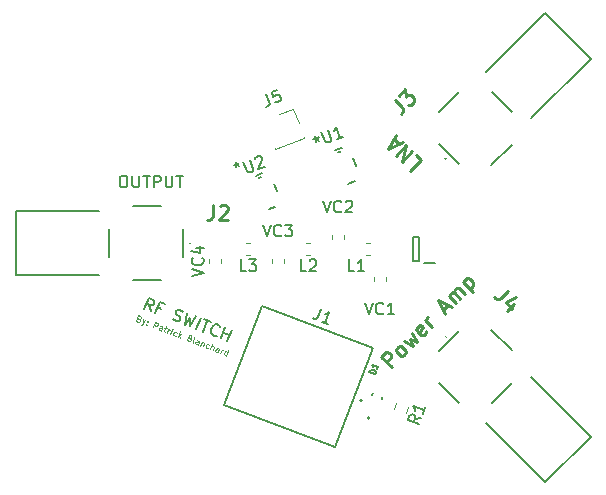
<source format=gbr>
%TF.GenerationSoftware,KiCad,Pcbnew,7.0.5*%
%TF.CreationDate,2023-11-04T19:56:55-04:00*%
%TF.ProjectId,Switch,53776974-6368-42e6-9b69-6361645f7063,rev?*%
%TF.SameCoordinates,Original*%
%TF.FileFunction,Legend,Top*%
%TF.FilePolarity,Positive*%
%FSLAX46Y46*%
G04 Gerber Fmt 4.6, Leading zero omitted, Abs format (unit mm)*
G04 Created by KiCad (PCBNEW 7.0.5) date 2023-11-04 19:56:55*
%MOMM*%
%LPD*%
G01*
G04 APERTURE LIST*
%ADD10C,0.076200*%
%ADD11C,0.150000*%
%ADD12C,0.254000*%
%ADD13C,0.127000*%
%ADD14C,0.120000*%
%ADD15C,0.200000*%
%ADD16C,0.152400*%
%ADD17C,0.100000*%
G04 APERTURE END LIST*
D10*
X141152866Y-89219833D02*
X141211948Y-89268424D01*
X141211948Y-89268424D02*
X141225863Y-89299676D01*
X141225863Y-89299676D02*
X141231108Y-89353513D01*
X141231108Y-89353513D02*
X141205101Y-89421264D01*
X141205101Y-89421264D02*
X141165179Y-89457763D01*
X141165179Y-89457763D02*
X141133926Y-89471677D01*
X141133926Y-89471677D02*
X141080089Y-89476923D01*
X141080089Y-89476923D02*
X140899419Y-89407570D01*
X140899419Y-89407570D02*
X141081470Y-88933311D01*
X141081470Y-88933311D02*
X141239557Y-88993995D01*
X141239557Y-88993995D02*
X141276055Y-89033917D01*
X141276055Y-89033917D02*
X141289970Y-89065170D01*
X141289970Y-89065170D02*
X141295215Y-89119006D01*
X141295215Y-89119006D02*
X141277877Y-89164174D01*
X141277877Y-89164174D02*
X141237955Y-89200672D01*
X141237955Y-89200672D02*
X141206702Y-89214587D01*
X141206702Y-89214587D02*
X141152866Y-89219833D01*
X141152866Y-89219833D02*
X140994779Y-89159149D01*
X141449878Y-89256110D02*
X141441429Y-89615628D01*
X141675716Y-89342801D02*
X141441429Y-89615628D01*
X141441429Y-89615628D02*
X141352917Y-89711209D01*
X141352917Y-89711209D02*
X141321664Y-89725124D01*
X141321664Y-89725124D02*
X141267827Y-89730369D01*
X141752357Y-89683159D02*
X141766272Y-89714412D01*
X141766272Y-89714412D02*
X141735019Y-89728327D01*
X141735019Y-89728327D02*
X141721104Y-89697074D01*
X141721104Y-89697074D02*
X141752357Y-89683159D01*
X141752357Y-89683159D02*
X141735019Y-89728327D01*
X141847717Y-89434738D02*
X141861632Y-89465991D01*
X141861632Y-89465991D02*
X141830379Y-89479905D01*
X141830379Y-89479905D02*
X141816464Y-89448653D01*
X141816464Y-89448653D02*
X141847717Y-89434738D01*
X141847717Y-89434738D02*
X141830379Y-89479905D01*
X142322197Y-89953723D02*
X142504248Y-89479465D01*
X142504248Y-89479465D02*
X142684918Y-89548817D01*
X142684918Y-89548817D02*
X142721416Y-89588739D01*
X142721416Y-89588739D02*
X142735331Y-89619992D01*
X142735331Y-89619992D02*
X142740576Y-89673829D01*
X142740576Y-89673829D02*
X142714569Y-89741580D01*
X142714569Y-89741580D02*
X142674647Y-89778078D01*
X142674647Y-89778078D02*
X142643394Y-89791993D01*
X142643394Y-89791993D02*
X142589558Y-89797239D01*
X142589558Y-89797239D02*
X142408888Y-89727886D01*
X142999710Y-90213796D02*
X143095070Y-89965375D01*
X143095070Y-89965375D02*
X143089824Y-89911538D01*
X143089824Y-89911538D02*
X143053326Y-89871616D01*
X143053326Y-89871616D02*
X142962991Y-89836940D01*
X142962991Y-89836940D02*
X142909154Y-89842185D01*
X143008379Y-90191212D02*
X142954542Y-90196458D01*
X142954542Y-90196458D02*
X142841623Y-90153112D01*
X142841623Y-90153112D02*
X142805125Y-90113191D01*
X142805125Y-90113191D02*
X142799879Y-90059354D01*
X142799879Y-90059354D02*
X142817217Y-90014186D01*
X142817217Y-90014186D02*
X142857139Y-89977688D01*
X142857139Y-89977688D02*
X142910976Y-89972442D01*
X142910976Y-89972442D02*
X143023895Y-90015788D01*
X143023895Y-90015788D02*
X143077731Y-90010542D01*
X143279163Y-89958307D02*
X143459833Y-90027660D01*
X143407598Y-89826228D02*
X143251554Y-90232736D01*
X143251554Y-90232736D02*
X143256800Y-90286572D01*
X143256800Y-90286572D02*
X143293298Y-90326494D01*
X143293298Y-90326494D02*
X143338466Y-90343832D01*
X143496552Y-90404516D02*
X143617920Y-90088344D01*
X143583243Y-90178679D02*
X143623165Y-90142180D01*
X143623165Y-90142180D02*
X143654418Y-90128266D01*
X143654418Y-90128266D02*
X143708255Y-90123020D01*
X143708255Y-90123020D02*
X143753422Y-90140358D01*
X143790141Y-90517214D02*
X143911508Y-90201042D01*
X143972192Y-90042955D02*
X143940939Y-90056870D01*
X143940939Y-90056870D02*
X143954854Y-90088123D01*
X143954854Y-90088123D02*
X143986107Y-90074208D01*
X143986107Y-90074208D02*
X143972192Y-90042955D01*
X143972192Y-90042955D02*
X143954854Y-90088123D01*
X144227902Y-90659343D02*
X144174065Y-90664589D01*
X144174065Y-90664589D02*
X144083730Y-90629913D01*
X144083730Y-90629913D02*
X144047232Y-90589991D01*
X144047232Y-90589991D02*
X144033317Y-90558738D01*
X144033317Y-90558738D02*
X144028071Y-90504901D01*
X144028071Y-90504901D02*
X144080086Y-90369399D01*
X144080086Y-90369399D02*
X144120008Y-90332900D01*
X144120008Y-90332900D02*
X144151261Y-90318986D01*
X144151261Y-90318986D02*
X144205097Y-90313740D01*
X144205097Y-90313740D02*
X144295432Y-90348416D01*
X144295432Y-90348416D02*
X144331931Y-90388338D01*
X144422487Y-90759949D02*
X144604538Y-90285690D01*
X144537007Y-90596617D02*
X144603157Y-90829302D01*
X144724524Y-90513129D02*
X144474501Y-90624447D01*
X145421197Y-90858292D02*
X145480279Y-90906883D01*
X145480279Y-90906883D02*
X145494194Y-90938135D01*
X145494194Y-90938135D02*
X145499440Y-90991972D01*
X145499440Y-90991972D02*
X145473432Y-91059723D01*
X145473432Y-91059723D02*
X145433510Y-91096222D01*
X145433510Y-91096222D02*
X145402258Y-91110136D01*
X145402258Y-91110136D02*
X145348421Y-91115382D01*
X145348421Y-91115382D02*
X145167751Y-91046029D01*
X145167751Y-91046029D02*
X145349802Y-90571770D01*
X145349802Y-90571770D02*
X145507888Y-90632454D01*
X145507888Y-90632454D02*
X145544387Y-90672376D01*
X145544387Y-90672376D02*
X145558301Y-90703629D01*
X145558301Y-90703629D02*
X145563547Y-90757465D01*
X145563547Y-90757465D02*
X145546209Y-90802633D01*
X145546209Y-90802633D02*
X145506287Y-90839131D01*
X145506287Y-90839131D02*
X145475034Y-90853046D01*
X145475034Y-90853046D02*
X145421197Y-90858292D01*
X145421197Y-90858292D02*
X145263111Y-90797608D01*
X145709761Y-91254087D02*
X145673263Y-91214166D01*
X145673263Y-91214166D02*
X145668017Y-91160329D01*
X145668017Y-91160329D02*
X145824061Y-90753821D01*
X146093685Y-91401462D02*
X146189045Y-91153041D01*
X146189045Y-91153041D02*
X146183799Y-91099204D01*
X146183799Y-91099204D02*
X146147301Y-91059282D01*
X146147301Y-91059282D02*
X146056966Y-91024606D01*
X146056966Y-91024606D02*
X146003129Y-91029851D01*
X146102354Y-91378878D02*
X146048517Y-91384124D01*
X146048517Y-91384124D02*
X145935598Y-91340778D01*
X145935598Y-91340778D02*
X145899100Y-91300856D01*
X145899100Y-91300856D02*
X145893854Y-91247020D01*
X145893854Y-91247020D02*
X145911193Y-91201852D01*
X145911193Y-91201852D02*
X145951115Y-91165354D01*
X145951115Y-91165354D02*
X146004951Y-91160108D01*
X146004951Y-91160108D02*
X146117870Y-91203454D01*
X146117870Y-91203454D02*
X146171707Y-91198208D01*
X146440889Y-91171980D02*
X146319522Y-91488153D01*
X146423551Y-91217148D02*
X146454804Y-91203233D01*
X146454804Y-91203233D02*
X146508641Y-91197988D01*
X146508641Y-91197988D02*
X146576392Y-91223995D01*
X146576392Y-91223995D02*
X146612890Y-91263917D01*
X146612890Y-91263917D02*
X146618136Y-91317753D01*
X146618136Y-91317753D02*
X146522776Y-91566175D01*
X146960536Y-91708304D02*
X146906700Y-91713549D01*
X146906700Y-91713549D02*
X146816365Y-91678873D01*
X146816365Y-91678873D02*
X146779866Y-91638951D01*
X146779866Y-91638951D02*
X146765952Y-91607698D01*
X146765952Y-91607698D02*
X146760706Y-91553861D01*
X146760706Y-91553861D02*
X146812721Y-91418359D01*
X146812721Y-91418359D02*
X146852643Y-91381860D01*
X146852643Y-91381860D02*
X146883895Y-91367946D01*
X146883895Y-91367946D02*
X146937732Y-91362700D01*
X146937732Y-91362700D02*
X147028067Y-91397377D01*
X147028067Y-91397377D02*
X147064565Y-91437299D01*
X147155121Y-91808909D02*
X147337172Y-91334650D01*
X147358375Y-91886931D02*
X147453735Y-91638510D01*
X147453735Y-91638510D02*
X147448490Y-91584673D01*
X147448490Y-91584673D02*
X147411991Y-91544751D01*
X147411991Y-91544751D02*
X147344240Y-91518744D01*
X147344240Y-91518744D02*
X147290403Y-91523990D01*
X147290403Y-91523990D02*
X147259151Y-91537904D01*
X147787467Y-92051644D02*
X147882827Y-91803223D01*
X147882827Y-91803223D02*
X147877581Y-91749386D01*
X147877581Y-91749386D02*
X147841083Y-91709464D01*
X147841083Y-91709464D02*
X147750748Y-91674788D01*
X147750748Y-91674788D02*
X147696911Y-91680033D01*
X147796136Y-92029060D02*
X147742299Y-92034306D01*
X147742299Y-92034306D02*
X147629380Y-91990960D01*
X147629380Y-91990960D02*
X147592882Y-91951038D01*
X147592882Y-91951038D02*
X147587636Y-91897202D01*
X147587636Y-91897202D02*
X147604974Y-91852034D01*
X147604974Y-91852034D02*
X147644896Y-91815536D01*
X147644896Y-91815536D02*
X147698733Y-91810290D01*
X147698733Y-91810290D02*
X147811652Y-91853636D01*
X147811652Y-91853636D02*
X147865488Y-91848390D01*
X148013304Y-92138335D02*
X148134671Y-91822162D01*
X148099995Y-91912497D02*
X148139917Y-91875999D01*
X148139917Y-91875999D02*
X148171170Y-91862084D01*
X148171170Y-91862084D02*
X148225006Y-91856839D01*
X148225006Y-91856839D02*
X148270174Y-91874177D01*
X148510147Y-92329055D02*
X148692197Y-91854796D01*
X148518816Y-92306471D02*
X148464979Y-92311717D01*
X148464979Y-92311717D02*
X148374644Y-92277040D01*
X148374644Y-92277040D02*
X148338146Y-92237118D01*
X148338146Y-92237118D02*
X148324231Y-92205865D01*
X148324231Y-92205865D02*
X148318985Y-92152029D01*
X148318985Y-92152029D02*
X148371000Y-92016526D01*
X148371000Y-92016526D02*
X148410922Y-91980028D01*
X148410922Y-91980028D02*
X148442175Y-91966113D01*
X148442175Y-91966113D02*
X148496011Y-91960868D01*
X148496011Y-91960868D02*
X148586346Y-91995544D01*
X148586346Y-91995544D02*
X148622845Y-92035466D01*
D11*
X142118537Y-88595938D02*
X141977995Y-88031920D01*
X141585063Y-88391156D02*
X141943431Y-87457576D01*
X141943431Y-87457576D02*
X142299080Y-87594097D01*
X142299080Y-87594097D02*
X142370928Y-87672683D01*
X142370928Y-87672683D02*
X142398319Y-87734205D01*
X142398319Y-87734205D02*
X142408645Y-87840182D01*
X142408645Y-87840182D02*
X142357449Y-87973551D01*
X142357449Y-87973551D02*
X142278863Y-88045398D01*
X142278863Y-88045398D02*
X142217341Y-88072789D01*
X142217341Y-88072789D02*
X142111364Y-88083115D01*
X142111364Y-88083115D02*
X141755714Y-87946594D01*
X143017553Y-88379962D02*
X142706360Y-88260506D01*
X142518643Y-88749524D02*
X142877011Y-87815944D01*
X142877011Y-87815944D02*
X143321573Y-87986595D01*
X144002764Y-89268218D02*
X144119067Y-89363869D01*
X144119067Y-89363869D02*
X144341348Y-89449195D01*
X144341348Y-89449195D02*
X144447326Y-89438869D01*
X144447326Y-89438869D02*
X144508847Y-89411478D01*
X144508847Y-89411478D02*
X144587434Y-89339631D01*
X144587434Y-89339631D02*
X144621564Y-89250718D01*
X144621564Y-89250718D02*
X144611238Y-89144741D01*
X144611238Y-89144741D02*
X144583847Y-89083219D01*
X144583847Y-89083219D02*
X144512000Y-89004633D01*
X144512000Y-89004633D02*
X144351240Y-88891916D01*
X144351240Y-88891916D02*
X144279393Y-88813329D01*
X144279393Y-88813329D02*
X144252001Y-88751808D01*
X144252001Y-88751808D02*
X144241676Y-88645831D01*
X144241676Y-88645831D02*
X144275806Y-88556918D01*
X144275806Y-88556918D02*
X144354392Y-88485071D01*
X144354392Y-88485071D02*
X144415914Y-88457680D01*
X144415914Y-88457680D02*
X144521891Y-88447354D01*
X144521891Y-88447354D02*
X144744172Y-88532680D01*
X144744172Y-88532680D02*
X144860476Y-88628331D01*
X145188734Y-88703331D02*
X145052648Y-89722237D01*
X145052648Y-89722237D02*
X145486449Y-89123655D01*
X145486449Y-89123655D02*
X145408297Y-89858758D01*
X145408297Y-89858758D02*
X145988946Y-89010504D01*
X145986228Y-90080605D02*
X146344596Y-89147025D01*
X146655789Y-89266480D02*
X147189263Y-89471262D01*
X146564158Y-90302452D02*
X146922526Y-89368871D01*
X147709694Y-90640168D02*
X147648173Y-90667559D01*
X147648173Y-90667559D02*
X147497739Y-90660820D01*
X147497739Y-90660820D02*
X147408826Y-90626689D01*
X147408826Y-90626689D02*
X147292523Y-90531038D01*
X147292523Y-90531038D02*
X147237741Y-90407995D01*
X147237741Y-90407995D02*
X147227415Y-90302018D01*
X147227415Y-90302018D02*
X147251219Y-90107128D01*
X147251219Y-90107128D02*
X147302415Y-89973759D01*
X147302415Y-89973759D02*
X147415131Y-89812999D01*
X147415131Y-89812999D02*
X147493718Y-89741152D01*
X147493718Y-89741152D02*
X147616761Y-89686370D01*
X147616761Y-89686370D02*
X147767194Y-89693109D01*
X147767194Y-89693109D02*
X147856107Y-89727239D01*
X147856107Y-89727239D02*
X147972410Y-89822891D01*
X147972410Y-89822891D02*
X147999801Y-89884412D01*
X148075670Y-90882667D02*
X148434037Y-89949086D01*
X148263386Y-90393648D02*
X148796861Y-90598430D01*
X148609144Y-91087448D02*
X148967512Y-90153868D01*
X139719255Y-77101819D02*
X139909731Y-77101819D01*
X139909731Y-77101819D02*
X140004969Y-77149438D01*
X140004969Y-77149438D02*
X140100207Y-77244676D01*
X140100207Y-77244676D02*
X140147826Y-77435152D01*
X140147826Y-77435152D02*
X140147826Y-77768485D01*
X140147826Y-77768485D02*
X140100207Y-77958961D01*
X140100207Y-77958961D02*
X140004969Y-78054200D01*
X140004969Y-78054200D02*
X139909731Y-78101819D01*
X139909731Y-78101819D02*
X139719255Y-78101819D01*
X139719255Y-78101819D02*
X139624017Y-78054200D01*
X139624017Y-78054200D02*
X139528779Y-77958961D01*
X139528779Y-77958961D02*
X139481160Y-77768485D01*
X139481160Y-77768485D02*
X139481160Y-77435152D01*
X139481160Y-77435152D02*
X139528779Y-77244676D01*
X139528779Y-77244676D02*
X139624017Y-77149438D01*
X139624017Y-77149438D02*
X139719255Y-77101819D01*
X140576398Y-77101819D02*
X140576398Y-77911342D01*
X140576398Y-77911342D02*
X140624017Y-78006580D01*
X140624017Y-78006580D02*
X140671636Y-78054200D01*
X140671636Y-78054200D02*
X140766874Y-78101819D01*
X140766874Y-78101819D02*
X140957350Y-78101819D01*
X140957350Y-78101819D02*
X141052588Y-78054200D01*
X141052588Y-78054200D02*
X141100207Y-78006580D01*
X141100207Y-78006580D02*
X141147826Y-77911342D01*
X141147826Y-77911342D02*
X141147826Y-77101819D01*
X141481160Y-77101819D02*
X142052588Y-77101819D01*
X141766874Y-78101819D02*
X141766874Y-77101819D01*
X142385922Y-78101819D02*
X142385922Y-77101819D01*
X142385922Y-77101819D02*
X142766874Y-77101819D01*
X142766874Y-77101819D02*
X142862112Y-77149438D01*
X142862112Y-77149438D02*
X142909731Y-77197057D01*
X142909731Y-77197057D02*
X142957350Y-77292295D01*
X142957350Y-77292295D02*
X142957350Y-77435152D01*
X142957350Y-77435152D02*
X142909731Y-77530390D01*
X142909731Y-77530390D02*
X142862112Y-77578009D01*
X142862112Y-77578009D02*
X142766874Y-77625628D01*
X142766874Y-77625628D02*
X142385922Y-77625628D01*
X143385922Y-77101819D02*
X143385922Y-77911342D01*
X143385922Y-77911342D02*
X143433541Y-78006580D01*
X143433541Y-78006580D02*
X143481160Y-78054200D01*
X143481160Y-78054200D02*
X143576398Y-78101819D01*
X143576398Y-78101819D02*
X143766874Y-78101819D01*
X143766874Y-78101819D02*
X143862112Y-78054200D01*
X143862112Y-78054200D02*
X143909731Y-78006580D01*
X143909731Y-78006580D02*
X143957350Y-77911342D01*
X143957350Y-77911342D02*
X143957350Y-77101819D01*
X144290684Y-77101819D02*
X144862112Y-77101819D01*
X144576398Y-78101819D02*
X144576398Y-77101819D01*
D12*
X164559406Y-75355197D02*
X164987037Y-75782828D01*
X164987037Y-75782828D02*
X164089011Y-76680854D01*
X164260064Y-75055855D02*
X163362038Y-75953881D01*
X163362038Y-75953881D02*
X163746906Y-74542698D01*
X163746906Y-74542698D02*
X162848881Y-75440724D01*
X163105460Y-74414409D02*
X162677828Y-73986777D01*
X163447565Y-74243356D02*
X162250197Y-74842040D01*
X162250197Y-74842040D02*
X162848881Y-73644672D01*
D11*
%TO.C,L2*%
X155281333Y-85196819D02*
X154805143Y-85196819D01*
X154805143Y-85196819D02*
X154805143Y-84196819D01*
X155567048Y-84292057D02*
X155614667Y-84244438D01*
X155614667Y-84244438D02*
X155709905Y-84196819D01*
X155709905Y-84196819D02*
X155948000Y-84196819D01*
X155948000Y-84196819D02*
X156043238Y-84244438D01*
X156043238Y-84244438D02*
X156090857Y-84292057D01*
X156090857Y-84292057D02*
X156138476Y-84387295D01*
X156138476Y-84387295D02*
X156138476Y-84482533D01*
X156138476Y-84482533D02*
X156090857Y-84625390D01*
X156090857Y-84625390D02*
X155519429Y-85196819D01*
X155519429Y-85196819D02*
X156138476Y-85196819D01*
D13*
%TO.C,D1*%
X161114864Y-93903901D02*
X160640605Y-93721851D01*
X160640605Y-93721851D02*
X160683951Y-93608932D01*
X160683951Y-93608932D02*
X160732542Y-93549850D01*
X160732542Y-93549850D02*
X160795048Y-93522020D01*
X160795048Y-93522020D02*
X160848884Y-93516775D01*
X160848884Y-93516775D02*
X160947888Y-93528867D01*
X160947888Y-93528867D02*
X161015640Y-93554875D01*
X161015640Y-93554875D02*
X161097306Y-93612135D01*
X161097306Y-93612135D02*
X161133804Y-93652057D01*
X161133804Y-93652057D02*
X161161633Y-93714562D01*
X161161633Y-93714562D02*
X161158210Y-93790983D01*
X161158210Y-93790983D02*
X161114864Y-93903901D01*
X161392275Y-93181221D02*
X161288246Y-93452226D01*
X161340261Y-93316724D02*
X160866002Y-93134673D01*
X160866002Y-93134673D02*
X160916415Y-93205848D01*
X160916415Y-93205848D02*
X160944244Y-93268353D01*
X160944244Y-93268353D02*
X160949490Y-93322190D01*
D11*
%TO.C,VC2*%
X156678476Y-79210819D02*
X157011809Y-80210819D01*
X157011809Y-80210819D02*
X157345142Y-79210819D01*
X158249904Y-80115580D02*
X158202285Y-80163200D01*
X158202285Y-80163200D02*
X158059428Y-80210819D01*
X158059428Y-80210819D02*
X157964190Y-80210819D01*
X157964190Y-80210819D02*
X157821333Y-80163200D01*
X157821333Y-80163200D02*
X157726095Y-80067961D01*
X157726095Y-80067961D02*
X157678476Y-79972723D01*
X157678476Y-79972723D02*
X157630857Y-79782247D01*
X157630857Y-79782247D02*
X157630857Y-79639390D01*
X157630857Y-79639390D02*
X157678476Y-79448914D01*
X157678476Y-79448914D02*
X157726095Y-79353676D01*
X157726095Y-79353676D02*
X157821333Y-79258438D01*
X157821333Y-79258438D02*
X157964190Y-79210819D01*
X157964190Y-79210819D02*
X158059428Y-79210819D01*
X158059428Y-79210819D02*
X158202285Y-79258438D01*
X158202285Y-79258438D02*
X158249904Y-79306057D01*
X158630857Y-79306057D02*
X158678476Y-79258438D01*
X158678476Y-79258438D02*
X158773714Y-79210819D01*
X158773714Y-79210819D02*
X159011809Y-79210819D01*
X159011809Y-79210819D02*
X159107047Y-79258438D01*
X159107047Y-79258438D02*
X159154666Y-79306057D01*
X159154666Y-79306057D02*
X159202285Y-79401295D01*
X159202285Y-79401295D02*
X159202285Y-79496533D01*
X159202285Y-79496533D02*
X159154666Y-79639390D01*
X159154666Y-79639390D02*
X158583238Y-80210819D01*
X158583238Y-80210819D02*
X159202285Y-80210819D01*
%TO.C,J1*%
X156554230Y-88391653D02*
X156298253Y-89058496D01*
X156298253Y-89058496D02*
X156202602Y-89174800D01*
X156202602Y-89174800D02*
X156079559Y-89229582D01*
X156079559Y-89229582D02*
X155929125Y-89222843D01*
X155929125Y-89222843D02*
X155840213Y-89188713D01*
X157129443Y-89683602D02*
X156595968Y-89478820D01*
X156862706Y-89581211D02*
X157221074Y-88647630D01*
X157221074Y-88647630D02*
X157080966Y-88746869D01*
X157080966Y-88746869D02*
X156957923Y-88801651D01*
X156957923Y-88801651D02*
X156851946Y-88811977D01*
D12*
%TO.C,Power Amp*%
X162507528Y-93320680D02*
X161609502Y-92422654D01*
X161609502Y-92422654D02*
X161951607Y-92080549D01*
X161951607Y-92080549D02*
X162079897Y-92037786D01*
X162079897Y-92037786D02*
X162165423Y-92037786D01*
X162165423Y-92037786D02*
X162293712Y-92080549D01*
X162293712Y-92080549D02*
X162422002Y-92208838D01*
X162422002Y-92208838D02*
X162464765Y-92337128D01*
X162464765Y-92337128D02*
X162464765Y-92422654D01*
X162464765Y-92422654D02*
X162422002Y-92550943D01*
X162422002Y-92550943D02*
X162079897Y-92893048D01*
X163533843Y-92294365D02*
X163405554Y-92337128D01*
X163405554Y-92337128D02*
X163320027Y-92337128D01*
X163320027Y-92337128D02*
X163191738Y-92294365D01*
X163191738Y-92294365D02*
X162935159Y-92037786D01*
X162935159Y-92037786D02*
X162892396Y-91909496D01*
X162892396Y-91909496D02*
X162892396Y-91823970D01*
X162892396Y-91823970D02*
X162935159Y-91695681D01*
X162935159Y-91695681D02*
X163063449Y-91567391D01*
X163063449Y-91567391D02*
X163191738Y-91524628D01*
X163191738Y-91524628D02*
X163277264Y-91524628D01*
X163277264Y-91524628D02*
X163405554Y-91567391D01*
X163405554Y-91567391D02*
X163662132Y-91823970D01*
X163662132Y-91823970D02*
X163704895Y-91952260D01*
X163704895Y-91952260D02*
X163704895Y-92037786D01*
X163704895Y-92037786D02*
X163662132Y-92166075D01*
X163662132Y-92166075D02*
X163533843Y-92294365D01*
X163533843Y-91096997D02*
X164303579Y-91524628D01*
X164303579Y-91524628D02*
X164047001Y-90925944D01*
X164047001Y-90925944D02*
X164645684Y-91182523D01*
X164645684Y-91182523D02*
X164218053Y-90412787D01*
X165458184Y-90284498D02*
X165415421Y-90412787D01*
X165415421Y-90412787D02*
X165244368Y-90583839D01*
X165244368Y-90583839D02*
X165116079Y-90626603D01*
X165116079Y-90626603D02*
X164987789Y-90583839D01*
X164987789Y-90583839D02*
X164645684Y-90241734D01*
X164645684Y-90241734D02*
X164602921Y-90113445D01*
X164602921Y-90113445D02*
X164645684Y-89985156D01*
X164645684Y-89985156D02*
X164816737Y-89814103D01*
X164816737Y-89814103D02*
X164945026Y-89771340D01*
X164945026Y-89771340D02*
X165073316Y-89814103D01*
X165073316Y-89814103D02*
X165158842Y-89899629D01*
X165158842Y-89899629D02*
X164816737Y-90412787D01*
X165928578Y-89899630D02*
X165329894Y-89300946D01*
X165500947Y-89471999D02*
X165458183Y-89343709D01*
X165458183Y-89343709D02*
X165458183Y-89258183D01*
X165458183Y-89258183D02*
X165500947Y-89129894D01*
X165500947Y-89129894D02*
X165586473Y-89044367D01*
X166869366Y-88445684D02*
X167296997Y-88018053D01*
X167040419Y-88787789D02*
X166441735Y-87590421D01*
X166441735Y-87590421D02*
X167639102Y-88189105D01*
X167938444Y-87889764D02*
X167339760Y-87291080D01*
X167425286Y-87376606D02*
X167425286Y-87291080D01*
X167425286Y-87291080D02*
X167468050Y-87162791D01*
X167468050Y-87162791D02*
X167596339Y-87034501D01*
X167596339Y-87034501D02*
X167724628Y-86991738D01*
X167724628Y-86991738D02*
X167852918Y-87034501D01*
X167852918Y-87034501D02*
X168323312Y-87504896D01*
X167852918Y-87034501D02*
X167810155Y-86906212D01*
X167810155Y-86906212D02*
X167852918Y-86777922D01*
X167852918Y-86777922D02*
X167981207Y-86649633D01*
X167981207Y-86649633D02*
X168109496Y-86606870D01*
X168109496Y-86606870D02*
X168237786Y-86649633D01*
X168237786Y-86649633D02*
X168708180Y-87120027D01*
X168537127Y-86093713D02*
X169435153Y-86991738D01*
X168579891Y-86136476D02*
X168622654Y-86008186D01*
X168622654Y-86008186D02*
X168793706Y-85837134D01*
X168793706Y-85837134D02*
X168921996Y-85794371D01*
X168921996Y-85794371D02*
X169007522Y-85794371D01*
X169007522Y-85794371D02*
X169135811Y-85837134D01*
X169135811Y-85837134D02*
X169392390Y-86093713D01*
X169392390Y-86093713D02*
X169435153Y-86222002D01*
X169435153Y-86222002D02*
X169435153Y-86307528D01*
X169435153Y-86307528D02*
X169392390Y-86435818D01*
X169392390Y-86435818D02*
X169221337Y-86606870D01*
X169221337Y-86606870D02*
X169093048Y-86649633D01*
D11*
%TO.C,L3*%
X150201333Y-85196819D02*
X149725143Y-85196819D01*
X149725143Y-85196819D02*
X149725143Y-84196819D01*
X150439429Y-84196819D02*
X151058476Y-84196819D01*
X151058476Y-84196819D02*
X150725143Y-84577771D01*
X150725143Y-84577771D02*
X150868000Y-84577771D01*
X150868000Y-84577771D02*
X150963238Y-84625390D01*
X150963238Y-84625390D02*
X151010857Y-84673009D01*
X151010857Y-84673009D02*
X151058476Y-84768247D01*
X151058476Y-84768247D02*
X151058476Y-85006342D01*
X151058476Y-85006342D02*
X151010857Y-85101580D01*
X151010857Y-85101580D02*
X150963238Y-85149200D01*
X150963238Y-85149200D02*
X150868000Y-85196819D01*
X150868000Y-85196819D02*
X150582286Y-85196819D01*
X150582286Y-85196819D02*
X150487048Y-85149200D01*
X150487048Y-85149200D02*
X150439429Y-85101580D01*
%TO.C,R1*%
X165021902Y-97605054D02*
X164457884Y-97745596D01*
X164817120Y-98138529D02*
X163883540Y-97780161D01*
X163883540Y-97780161D02*
X164020061Y-97424511D01*
X164020061Y-97424511D02*
X164098647Y-97352664D01*
X164098647Y-97352664D02*
X164160169Y-97325273D01*
X164160169Y-97325273D02*
X164266146Y-97314947D01*
X164266146Y-97314947D02*
X164399515Y-97366142D01*
X164399515Y-97366142D02*
X164471362Y-97444729D01*
X164471362Y-97444729D02*
X164498753Y-97506250D01*
X164498753Y-97506250D02*
X164509079Y-97612228D01*
X164509079Y-97612228D02*
X164372558Y-97967877D01*
X165363205Y-96715930D02*
X165158423Y-97249405D01*
X165260814Y-96982667D02*
X164327233Y-96624299D01*
X164327233Y-96624299D02*
X164426472Y-96764407D01*
X164426472Y-96764407D02*
X164481254Y-96887450D01*
X164481254Y-96887450D02*
X164491580Y-96993428D01*
%TO.C,U1*%
X156573325Y-73424071D02*
X156863432Y-74179827D01*
X156863432Y-74179827D02*
X156942019Y-74251674D01*
X156942019Y-74251674D02*
X157003540Y-74279065D01*
X157003540Y-74279065D02*
X157109518Y-74289391D01*
X157109518Y-74289391D02*
X157287342Y-74221131D01*
X157287342Y-74221131D02*
X157359190Y-74142544D01*
X157359190Y-74142544D02*
X157386581Y-74081023D01*
X157386581Y-74081023D02*
X157396907Y-73975045D01*
X157396907Y-73975045D02*
X157106799Y-73219290D01*
X158398748Y-73794502D02*
X157865273Y-73999284D01*
X158132010Y-73896893D02*
X157773642Y-72963313D01*
X157773642Y-72963313D02*
X157735925Y-73130812D01*
X157735925Y-73130812D02*
X157681143Y-73253854D01*
X157681143Y-73253854D02*
X157609296Y-73332441D01*
X156067708Y-73783123D02*
X156153034Y-74005404D01*
X155896623Y-74001817D02*
X156153034Y-74005404D01*
X156153034Y-74005404D02*
X156341185Y-73831166D01*
X156087926Y-74234424D02*
X156153034Y-74005404D01*
X156153034Y-74005404D02*
X156354663Y-74132034D01*
X156067708Y-73783123D02*
X156153034Y-74005404D01*
X155896623Y-74001817D02*
X156153034Y-74005404D01*
X156153034Y-74005404D02*
X156341185Y-73831166D01*
X156087926Y-74234424D02*
X156153034Y-74005404D01*
X156153034Y-74005404D02*
X156354663Y-74132034D01*
%TO.C,VC1*%
X160234476Y-87846819D02*
X160567809Y-88846819D01*
X160567809Y-88846819D02*
X160901142Y-87846819D01*
X161805904Y-88751580D02*
X161758285Y-88799200D01*
X161758285Y-88799200D02*
X161615428Y-88846819D01*
X161615428Y-88846819D02*
X161520190Y-88846819D01*
X161520190Y-88846819D02*
X161377333Y-88799200D01*
X161377333Y-88799200D02*
X161282095Y-88703961D01*
X161282095Y-88703961D02*
X161234476Y-88608723D01*
X161234476Y-88608723D02*
X161186857Y-88418247D01*
X161186857Y-88418247D02*
X161186857Y-88275390D01*
X161186857Y-88275390D02*
X161234476Y-88084914D01*
X161234476Y-88084914D02*
X161282095Y-87989676D01*
X161282095Y-87989676D02*
X161377333Y-87894438D01*
X161377333Y-87894438D02*
X161520190Y-87846819D01*
X161520190Y-87846819D02*
X161615428Y-87846819D01*
X161615428Y-87846819D02*
X161758285Y-87894438D01*
X161758285Y-87894438D02*
X161805904Y-87942057D01*
X162758285Y-88846819D02*
X162186857Y-88846819D01*
X162472571Y-88846819D02*
X162472571Y-87846819D01*
X162472571Y-87846819D02*
X162377333Y-87989676D01*
X162377333Y-87989676D02*
X162282095Y-88084914D01*
X162282095Y-88084914D02*
X162186857Y-88132533D01*
%TO.C,L1*%
X159345333Y-85196819D02*
X158869143Y-85196819D01*
X158869143Y-85196819D02*
X158869143Y-84196819D01*
X160202476Y-85196819D02*
X159631048Y-85196819D01*
X159916762Y-85196819D02*
X159916762Y-84196819D01*
X159916762Y-84196819D02*
X159821524Y-84339676D01*
X159821524Y-84339676D02*
X159726286Y-84434914D01*
X159726286Y-84434914D02*
X159631048Y-84482533D01*
%TO.C,VC4*%
X145598819Y-85637523D02*
X146598819Y-85304190D01*
X146598819Y-85304190D02*
X145598819Y-84970857D01*
X146503580Y-84066095D02*
X146551200Y-84113714D01*
X146551200Y-84113714D02*
X146598819Y-84256571D01*
X146598819Y-84256571D02*
X146598819Y-84351809D01*
X146598819Y-84351809D02*
X146551200Y-84494666D01*
X146551200Y-84494666D02*
X146455961Y-84589904D01*
X146455961Y-84589904D02*
X146360723Y-84637523D01*
X146360723Y-84637523D02*
X146170247Y-84685142D01*
X146170247Y-84685142D02*
X146027390Y-84685142D01*
X146027390Y-84685142D02*
X145836914Y-84637523D01*
X145836914Y-84637523D02*
X145741676Y-84589904D01*
X145741676Y-84589904D02*
X145646438Y-84494666D01*
X145646438Y-84494666D02*
X145598819Y-84351809D01*
X145598819Y-84351809D02*
X145598819Y-84256571D01*
X145598819Y-84256571D02*
X145646438Y-84113714D01*
X145646438Y-84113714D02*
X145694057Y-84066095D01*
X145932152Y-83208952D02*
X146598819Y-83208952D01*
X145551200Y-83447047D02*
X146265485Y-83685142D01*
X146265485Y-83685142D02*
X146265485Y-83066095D01*
D12*
%TO.C,J3*%
X162784737Y-70673420D02*
X163426183Y-71314867D01*
X163426183Y-71314867D02*
X163511710Y-71485919D01*
X163511710Y-71485919D02*
X163511710Y-71656972D01*
X163511710Y-71656972D02*
X163426183Y-71828024D01*
X163426183Y-71828024D02*
X163340657Y-71913550D01*
X163126842Y-70331315D02*
X163682762Y-69775394D01*
X163682762Y-69775394D02*
X163725525Y-70416841D01*
X163725525Y-70416841D02*
X163853815Y-70288552D01*
X163853815Y-70288552D02*
X163982104Y-70245789D01*
X163982104Y-70245789D02*
X164067630Y-70245789D01*
X164067630Y-70245789D02*
X164195920Y-70288552D01*
X164195920Y-70288552D02*
X164409735Y-70502367D01*
X164409735Y-70502367D02*
X164452498Y-70630657D01*
X164452498Y-70630657D02*
X164452498Y-70716183D01*
X164452498Y-70716183D02*
X164409735Y-70844472D01*
X164409735Y-70844472D02*
X164153157Y-71101051D01*
X164153157Y-71101051D02*
X164024867Y-71143814D01*
X164024867Y-71143814D02*
X163939341Y-71143814D01*
%TO.C,J4*%
X172404579Y-86838737D02*
X171763132Y-87480183D01*
X171763132Y-87480183D02*
X171592080Y-87565710D01*
X171592080Y-87565710D02*
X171421027Y-87565710D01*
X171421027Y-87565710D02*
X171249975Y-87480183D01*
X171249975Y-87480183D02*
X171164449Y-87394657D01*
X172917737Y-87950578D02*
X172319053Y-88549262D01*
X173046026Y-87394657D02*
X172190764Y-87822288D01*
X172190764Y-87822288D02*
X172746684Y-88378209D01*
D11*
%TO.C,J5*%
X151916752Y-70176467D02*
X152172729Y-70843310D01*
X152172729Y-70843310D02*
X152179468Y-70993744D01*
X152179468Y-70993744D02*
X152124686Y-71116787D01*
X152124686Y-71116787D02*
X152008382Y-71212439D01*
X152008382Y-71212439D02*
X151919470Y-71246569D01*
X152805876Y-69835164D02*
X152361314Y-70005816D01*
X152361314Y-70005816D02*
X152487509Y-70467443D01*
X152487509Y-70467443D02*
X152514900Y-70405922D01*
X152514900Y-70405922D02*
X152586747Y-70327335D01*
X152586747Y-70327335D02*
X152809028Y-70242009D01*
X152809028Y-70242009D02*
X152915006Y-70252335D01*
X152915006Y-70252335D02*
X152976527Y-70279726D01*
X152976527Y-70279726D02*
X153055114Y-70351574D01*
X153055114Y-70351574D02*
X153140440Y-70573855D01*
X153140440Y-70573855D02*
X153130114Y-70679832D01*
X153130114Y-70679832D02*
X153102723Y-70741354D01*
X153102723Y-70741354D02*
X153030875Y-70819940D01*
X153030875Y-70819940D02*
X152808594Y-70905266D01*
X152808594Y-70905266D02*
X152702617Y-70894940D01*
X152702617Y-70894940D02*
X152641095Y-70867549D01*
D12*
%TO.C,J2*%
X147404667Y-79568318D02*
X147404667Y-80475461D01*
X147404667Y-80475461D02*
X147344190Y-80656889D01*
X147344190Y-80656889D02*
X147223238Y-80777842D01*
X147223238Y-80777842D02*
X147041809Y-80838318D01*
X147041809Y-80838318D02*
X146920857Y-80838318D01*
X147948952Y-79689270D02*
X148009428Y-79628794D01*
X148009428Y-79628794D02*
X148130381Y-79568318D01*
X148130381Y-79568318D02*
X148432762Y-79568318D01*
X148432762Y-79568318D02*
X148553714Y-79628794D01*
X148553714Y-79628794D02*
X148614190Y-79689270D01*
X148614190Y-79689270D02*
X148674667Y-79810222D01*
X148674667Y-79810222D02*
X148674667Y-79931175D01*
X148674667Y-79931175D02*
X148614190Y-80112603D01*
X148614190Y-80112603D02*
X147888476Y-80838318D01*
X147888476Y-80838318D02*
X148674667Y-80838318D01*
D11*
%TO.C,U2*%
X149969324Y-75964071D02*
X150259431Y-76719827D01*
X150259431Y-76719827D02*
X150338018Y-76791674D01*
X150338018Y-76791674D02*
X150399539Y-76819065D01*
X150399539Y-76819065D02*
X150505517Y-76829391D01*
X150505517Y-76829391D02*
X150683341Y-76761131D01*
X150683341Y-76761131D02*
X150755189Y-76682544D01*
X150755189Y-76682544D02*
X150782580Y-76621023D01*
X150782580Y-76621023D02*
X150792906Y-76515045D01*
X150792906Y-76515045D02*
X150502798Y-75759290D01*
X150937034Y-75694616D02*
X150964425Y-75633095D01*
X150964425Y-75633095D02*
X151036273Y-75554508D01*
X151036273Y-75554508D02*
X151258554Y-75469182D01*
X151258554Y-75469182D02*
X151364531Y-75479508D01*
X151364531Y-75479508D02*
X151426053Y-75506899D01*
X151426053Y-75506899D02*
X151504639Y-75578747D01*
X151504639Y-75578747D02*
X151538770Y-75667659D01*
X151538770Y-75667659D02*
X151545509Y-75818093D01*
X151545509Y-75818093D02*
X151216816Y-76556349D01*
X151216816Y-76556349D02*
X151794747Y-76334502D01*
X149336708Y-75942123D02*
X149422034Y-76164404D01*
X149165623Y-76160817D02*
X149422034Y-76164404D01*
X149422034Y-76164404D02*
X149610185Y-75990166D01*
X149356926Y-76393424D02*
X149422034Y-76164404D01*
X149422034Y-76164404D02*
X149623663Y-76291034D01*
X149336708Y-75942123D02*
X149422034Y-76164404D01*
X149165623Y-76160817D02*
X149422034Y-76164404D01*
X149422034Y-76164404D02*
X149610185Y-75990166D01*
X149356926Y-76393424D02*
X149422034Y-76164404D01*
X149422034Y-76164404D02*
X149623663Y-76291034D01*
%TO.C,VC3*%
X151598476Y-81242819D02*
X151931809Y-82242819D01*
X151931809Y-82242819D02*
X152265142Y-81242819D01*
X153169904Y-82147580D02*
X153122285Y-82195200D01*
X153122285Y-82195200D02*
X152979428Y-82242819D01*
X152979428Y-82242819D02*
X152884190Y-82242819D01*
X152884190Y-82242819D02*
X152741333Y-82195200D01*
X152741333Y-82195200D02*
X152646095Y-82099961D01*
X152646095Y-82099961D02*
X152598476Y-82004723D01*
X152598476Y-82004723D02*
X152550857Y-81814247D01*
X152550857Y-81814247D02*
X152550857Y-81671390D01*
X152550857Y-81671390D02*
X152598476Y-81480914D01*
X152598476Y-81480914D02*
X152646095Y-81385676D01*
X152646095Y-81385676D02*
X152741333Y-81290438D01*
X152741333Y-81290438D02*
X152884190Y-81242819D01*
X152884190Y-81242819D02*
X152979428Y-81242819D01*
X152979428Y-81242819D02*
X153122285Y-81290438D01*
X153122285Y-81290438D02*
X153169904Y-81338057D01*
X153503238Y-81242819D02*
X154122285Y-81242819D01*
X154122285Y-81242819D02*
X153788952Y-81623771D01*
X153788952Y-81623771D02*
X153931809Y-81623771D01*
X153931809Y-81623771D02*
X154027047Y-81671390D01*
X154027047Y-81671390D02*
X154074666Y-81719009D01*
X154074666Y-81719009D02*
X154122285Y-81814247D01*
X154122285Y-81814247D02*
X154122285Y-82052342D01*
X154122285Y-82052342D02*
X154074666Y-82147580D01*
X154074666Y-82147580D02*
X154027047Y-82195200D01*
X154027047Y-82195200D02*
X153931809Y-82242819D01*
X153931809Y-82242819D02*
X153646095Y-82242819D01*
X153646095Y-82242819D02*
X153550857Y-82195200D01*
X153550857Y-82195200D02*
X153503238Y-82147580D01*
D14*
%TO.C,L2*%
X155619267Y-83822000D02*
X155276733Y-83822000D01*
X155619267Y-82802000D02*
X155276733Y-82802000D01*
D13*
%TO.C,D1*%
X160839428Y-95676089D02*
X160900350Y-95517380D01*
X161740572Y-95839911D02*
X161679650Y-95998620D01*
D15*
X160673264Y-97625161D02*
G75*
G03*
X160673264Y-97625161I-100000J0D01*
G01*
D14*
%TO.C,VC2*%
X158498000Y-82149733D02*
X158498000Y-82442267D01*
X157478000Y-82149733D02*
X157478000Y-82442267D01*
D13*
%TO.C,J1*%
X148357491Y-96509352D02*
X151582803Y-88107128D01*
X160918607Y-91690808D02*
X151582803Y-88107128D01*
X160918607Y-91690808D02*
X157693295Y-100093032D01*
X157693295Y-100093032D02*
X148357491Y-96509352D01*
D15*
X160012778Y-96124859D02*
G75*
G03*
X160012778Y-96124859I-100000J0D01*
G01*
%TO.C,Power Amp*%
X166167000Y-84537000D02*
X165217000Y-84537000D01*
X164867000Y-84312000D02*
X164317000Y-84312000D01*
X164867000Y-82312000D02*
X164867000Y-84312000D01*
X164317000Y-84312000D02*
X164317000Y-82312000D01*
X164317000Y-82312000D02*
X164867000Y-82312000D01*
D14*
%TO.C,L3*%
X150539267Y-83822000D02*
X150196733Y-83822000D01*
X150539267Y-82802000D02*
X150196733Y-82802000D01*
%TO.C,R1*%
X163901081Y-96723442D02*
X163718511Y-97199053D01*
X162925489Y-96348947D02*
X162742919Y-96824558D01*
D16*
%TO.C,U1*%
X158828772Y-77780106D02*
X159393618Y-77563282D01*
X158301312Y-74717728D02*
X157736466Y-74934552D01*
X159504217Y-76250300D02*
X159262060Y-75619459D01*
X158001954Y-75130469D02*
G75*
G03*
X158235110Y-75040970I16935J304330D01*
G01*
D14*
%TO.C,VC1*%
X161034000Y-85998267D02*
X161034000Y-85705733D01*
X162054000Y-85998267D02*
X162054000Y-85705733D01*
%TO.C,L1*%
X160699267Y-83822000D02*
X160356733Y-83822000D01*
X160699267Y-82802000D02*
X160356733Y-82802000D01*
%TO.C,VC4*%
X147064000Y-84474267D02*
X147064000Y-84181733D01*
X148084000Y-84474267D02*
X148084000Y-84181733D01*
D17*
%TO.C,J3*%
X167011230Y-75685771D02*
X167011230Y-75685771D01*
X167081941Y-75615060D02*
X167081941Y-75615060D01*
D15*
X168248667Y-76145390D02*
X166551611Y-74448334D01*
X166516255Y-71725973D02*
X168213311Y-70028917D01*
X172668084Y-74483690D02*
X170971028Y-76180746D01*
X171006383Y-69993562D02*
X172703439Y-71690618D01*
X170493731Y-68349538D02*
X175514189Y-63329080D01*
X175514189Y-63329080D02*
X179367921Y-67182812D01*
X179367921Y-67182812D02*
X174347463Y-72203270D01*
D17*
X167081940Y-75615061D02*
G75*
G03*
X167011230Y-75685771I-35355J-35355D01*
G01*
X167011230Y-75685771D02*
G75*
G03*
X167081940Y-75615061I35355J35355D01*
G01*
%TO.C,J4*%
X167011230Y-90684230D02*
X167011230Y-90684230D01*
X167081941Y-90754941D02*
X167081941Y-90754941D01*
D15*
X166551611Y-91921667D02*
X168248667Y-90224611D01*
X170971028Y-90189255D02*
X172668084Y-91886311D01*
X168213311Y-96341084D02*
X166516255Y-94644028D01*
X172703439Y-94679383D02*
X171006383Y-96376439D01*
X174347463Y-94166731D02*
X179367921Y-99187189D01*
X179367921Y-99187189D02*
X175514189Y-103040921D01*
X175514189Y-103040921D02*
X170493731Y-98020463D01*
D17*
X167081940Y-90754940D02*
G75*
G03*
X167011230Y-90684230I-35355J35355D01*
G01*
X167011230Y-90684230D02*
G75*
G03*
X167081940Y-90754940I35355J-35355D01*
G01*
D14*
%TO.C,J5*%
X152607963Y-74758262D02*
X152650967Y-74870291D01*
X152650967Y-74870291D02*
X155134291Y-73917033D01*
X152939371Y-71910338D02*
X154181033Y-71433709D01*
X154181033Y-71433709D02*
X154657662Y-72675371D01*
X155091287Y-73805003D02*
X155134291Y-73917033D01*
D17*
%TO.C,J2*%
X145432000Y-82804000D02*
X145432000Y-82804000D01*
X145332000Y-82804000D02*
X145332000Y-82804000D01*
D15*
X144882000Y-81604000D02*
X144882000Y-84004000D01*
X142982000Y-85954000D02*
X140582000Y-85954000D01*
X140582000Y-79654000D02*
X142982000Y-79654000D01*
X138582000Y-84004000D02*
X138582000Y-81604000D01*
X137782000Y-85529000D02*
X130682000Y-85529000D01*
X130682000Y-85529000D02*
X130682000Y-80079000D01*
X130682000Y-80079000D02*
X137782000Y-80079000D01*
D17*
X145332000Y-82804000D02*
G75*
G03*
X145432000Y-82804000I50000J0D01*
G01*
X145432000Y-82804000D02*
G75*
G03*
X145332000Y-82804000I-50000J0D01*
G01*
D16*
%TO.C,U2*%
X152097772Y-79939106D02*
X152662618Y-79722282D01*
X151570312Y-76876728D02*
X151005466Y-77093552D01*
X152773217Y-78409300D02*
X152531060Y-77778459D01*
X151270954Y-77289469D02*
G75*
G03*
X151504110Y-77199970I16935J304330D01*
G01*
D14*
%TO.C,VC3*%
X152398000Y-84474267D02*
X152398000Y-84181733D01*
X153418000Y-84474267D02*
X153418000Y-84181733D01*
%TD*%
M02*

</source>
